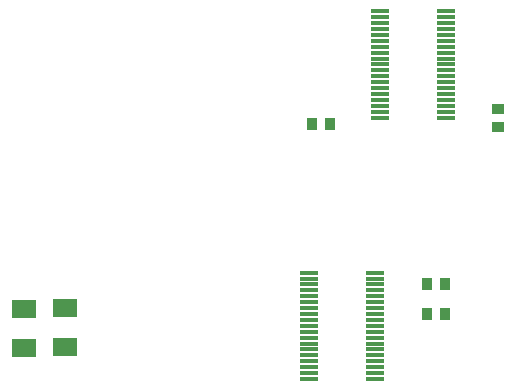
<source format=gtp>
%FSLAX34Y34*%
G04 Gerber Fmt 3.4, Leading zero omitted, Abs format*
G04 (created by PCBNEW (2014-jan-25)-product) date Wed 30 Apr 2014 08:12:59 PM MDT*
%MOIN*%
G01*
G70*
G90*
G04 APERTURE LIST*
%ADD10C,0.003937*%
%ADD11R,0.080000X0.060000*%
%ADD12R,0.062992X0.011811*%
%ADD13R,0.039400X0.035400*%
%ADD14R,0.035400X0.039400*%
G04 APERTURE END LIST*
G54D10*
G54D11*
X47623Y-48661D03*
X47623Y-49961D03*
X48989Y-49931D03*
X48989Y-48631D03*
G54D12*
X57106Y-47466D03*
X57106Y-47662D03*
X57106Y-47859D03*
X57106Y-48056D03*
X57106Y-48253D03*
X57106Y-48450D03*
X57106Y-48647D03*
X57106Y-48844D03*
X57106Y-49040D03*
X57106Y-49237D03*
X57106Y-49434D03*
X57106Y-49631D03*
X57106Y-49828D03*
X57106Y-50025D03*
X57106Y-50222D03*
X57106Y-50418D03*
X57106Y-50615D03*
X57106Y-50812D03*
X57106Y-51009D03*
X59311Y-51009D03*
X59311Y-50812D03*
X59311Y-50615D03*
X59311Y-50418D03*
X59311Y-50222D03*
X59311Y-50025D03*
X59311Y-49828D03*
X59311Y-49631D03*
X59311Y-49434D03*
X59311Y-49237D03*
X59311Y-49040D03*
X59311Y-48844D03*
X59311Y-48647D03*
X59311Y-48450D03*
X59311Y-48253D03*
X59311Y-48056D03*
X59311Y-47859D03*
X59311Y-47662D03*
X59311Y-47466D03*
X61673Y-42297D03*
X61673Y-42100D03*
X61673Y-41903D03*
X61673Y-41707D03*
X61673Y-41510D03*
X61673Y-41313D03*
X61673Y-41116D03*
X61673Y-40919D03*
X61673Y-40722D03*
X61673Y-40525D03*
X61673Y-40329D03*
X61673Y-40132D03*
X61673Y-39935D03*
X61673Y-39738D03*
X61673Y-39541D03*
X61673Y-39344D03*
X61673Y-39148D03*
X61673Y-38951D03*
X61673Y-38754D03*
X59468Y-38754D03*
X59468Y-38951D03*
X59468Y-39148D03*
X59468Y-39344D03*
X59468Y-39541D03*
X59468Y-39738D03*
X59468Y-39935D03*
X59468Y-40132D03*
X59468Y-40329D03*
X59468Y-40525D03*
X59468Y-40722D03*
X59468Y-40919D03*
X59468Y-41116D03*
X59468Y-41313D03*
X59468Y-41510D03*
X59468Y-41707D03*
X59468Y-41903D03*
X59468Y-42100D03*
X59468Y-42297D03*
G54D13*
X63425Y-42026D03*
X63425Y-42618D03*
G54D14*
X61062Y-47859D03*
X61654Y-47859D03*
X61062Y-48844D03*
X61654Y-48844D03*
X57815Y-42519D03*
X57223Y-42519D03*
M02*

</source>
